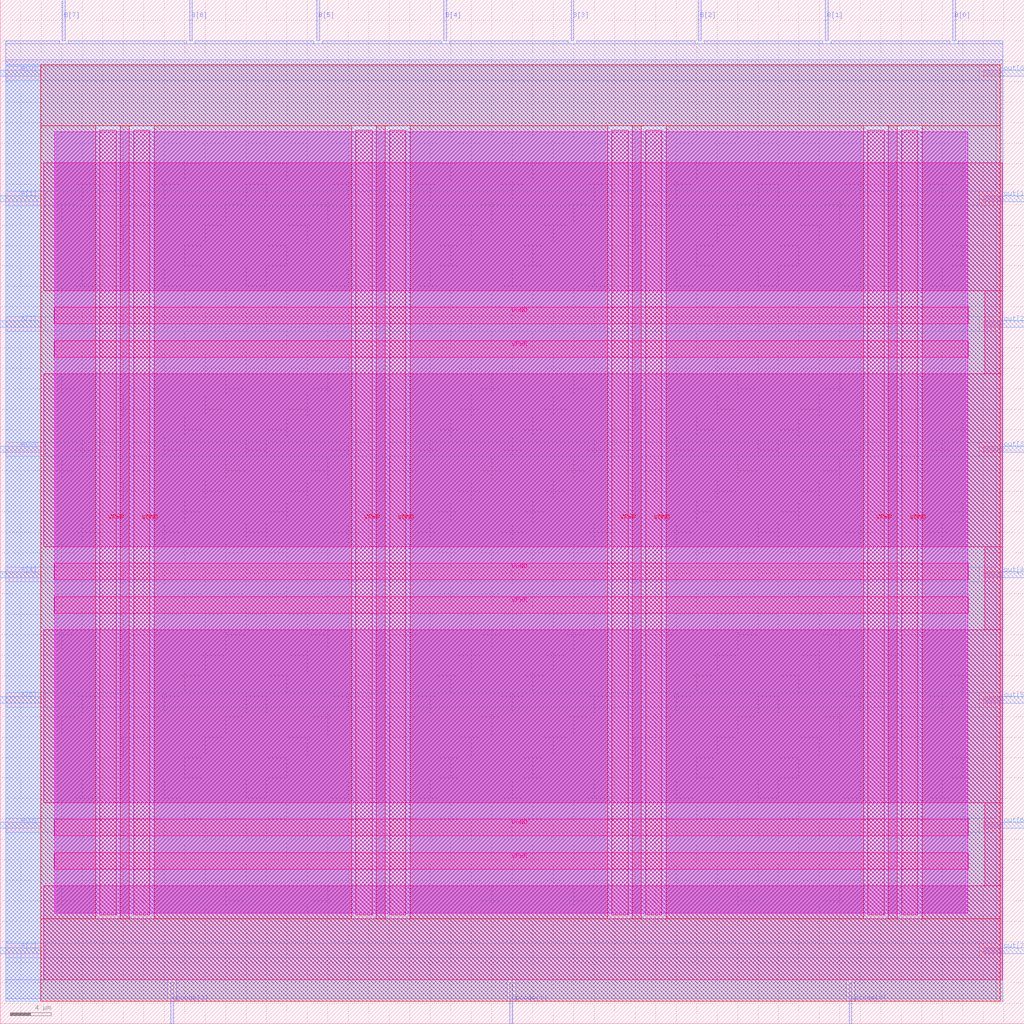
<source format=lef>
VERSION 5.7 ;
  NOWIREEXTENSIONATPIN ON ;
  DIVIDERCHAR "/" ;
  BUSBITCHARS "[]" ;
MACRO alu
  CLASS BLOCK ;
  FOREIGN alu ;
  ORIGIN 0.000 0.000 ;
  SIZE 100.000 BY 100.000 ;
  PIN A[0]
    DIRECTION INPUT ;
    USE SIGNAL ;
    ANTENNAGATEAREA 0.213000 ;
    PORT
      LAYER met3 ;
        RECT 0.000 92.520 4.000 93.120 ;
    END
  END A[0]
  PIN A[1]
    DIRECTION INPUT ;
    USE SIGNAL ;
    ANTENNAGATEAREA 0.213000 ;
    PORT
      LAYER met3 ;
        RECT 0.000 80.280 4.000 80.880 ;
    END
  END A[1]
  PIN A[2]
    DIRECTION INPUT ;
    USE SIGNAL ;
    ANTENNAGATEAREA 0.213000 ;
    PORT
      LAYER met3 ;
        RECT 0.000 68.040 4.000 68.640 ;
    END
  END A[2]
  PIN A[3]
    DIRECTION INPUT ;
    USE SIGNAL ;
    ANTENNAGATEAREA 0.247500 ;
    PORT
      LAYER met3 ;
        RECT 0.000 55.800 4.000 56.400 ;
    END
  END A[3]
  PIN A[4]
    DIRECTION INPUT ;
    USE SIGNAL ;
    ANTENNAGATEAREA 0.247500 ;
    PORT
      LAYER met3 ;
        RECT 0.000 43.560 4.000 44.160 ;
    END
  END A[4]
  PIN A[5]
    DIRECTION INPUT ;
    USE SIGNAL ;
    ANTENNAGATEAREA 0.213000 ;
    PORT
      LAYER met3 ;
        RECT 0.000 31.320 4.000 31.920 ;
    END
  END A[5]
  PIN A[6]
    DIRECTION INPUT ;
    USE SIGNAL ;
    ANTENNAGATEAREA 0.247500 ;
    PORT
      LAYER met3 ;
        RECT 0.000 19.080 4.000 19.680 ;
    END
  END A[6]
  PIN A[7]
    DIRECTION INPUT ;
    USE SIGNAL ;
    ANTENNAGATEAREA 0.159000 ;
    PORT
      LAYER met3 ;
        RECT 0.000 6.840 4.000 7.440 ;
    END
  END A[7]
  PIN B[0]
    DIRECTION INPUT ;
    USE SIGNAL ;
    ANTENNAGATEAREA 0.247500 ;
    PORT
      LAYER met2 ;
        RECT 93.010 96.000 93.290 100.000 ;
    END
  END B[0]
  PIN B[1]
    DIRECTION INPUT ;
    USE SIGNAL ;
    ANTENNAGATEAREA 0.495000 ;
    PORT
      LAYER met2 ;
        RECT 80.590 96.000 80.870 100.000 ;
    END
  END B[1]
  PIN B[2]
    DIRECTION INPUT ;
    USE SIGNAL ;
    ANTENNAGATEAREA 0.159000 ;
    PORT
      LAYER met2 ;
        RECT 68.170 96.000 68.450 100.000 ;
    END
  END B[2]
  PIN B[3]
    DIRECTION INPUT ;
    USE SIGNAL ;
    ANTENNAGATEAREA 0.159000 ;
    PORT
      LAYER met2 ;
        RECT 55.750 96.000 56.030 100.000 ;
    END
  END B[3]
  PIN B[4]
    DIRECTION INPUT ;
    USE SIGNAL ;
    ANTENNAGATEAREA 0.213000 ;
    PORT
      LAYER met2 ;
        RECT 43.330 96.000 43.610 100.000 ;
    END
  END B[4]
  PIN B[5]
    DIRECTION INPUT ;
    USE SIGNAL ;
    ANTENNAGATEAREA 0.213000 ;
    PORT
      LAYER met2 ;
        RECT 30.910 96.000 31.190 100.000 ;
    END
  END B[5]
  PIN B[6]
    DIRECTION INPUT ;
    USE SIGNAL ;
    ANTENNAGATEAREA 0.213000 ;
    PORT
      LAYER met2 ;
        RECT 18.490 96.000 18.770 100.000 ;
    END
  END B[6]
  PIN B[7]
    DIRECTION INPUT ;
    USE SIGNAL ;
    ANTENNAGATEAREA 0.213000 ;
    PORT
      LAYER met2 ;
        RECT 6.070 96.000 6.350 100.000 ;
    END
  END B[7]
  PIN VGND
    DIRECTION INOUT ;
    USE GROUND ;
    PORT
      LAYER met4 ;
        RECT 13.020 10.640 14.620 87.280 ;
    END
    PORT
      LAYER met4 ;
        RECT 38.020 10.640 39.620 87.280 ;
    END
    PORT
      LAYER met4 ;
        RECT 63.020 10.640 64.620 87.280 ;
    END
    PORT
      LAYER met4 ;
        RECT 88.020 10.640 89.620 87.280 ;
    END
    PORT
      LAYER met5 ;
        RECT 5.280 18.380 94.540 19.980 ;
    END
    PORT
      LAYER met5 ;
        RECT 5.280 43.380 94.540 44.980 ;
    END
    PORT
      LAYER met5 ;
        RECT 5.280 68.380 94.540 69.980 ;
    END
  END VGND
  PIN VPWR
    DIRECTION INOUT ;
    USE POWER ;
    PORT
      LAYER met4 ;
        RECT 9.720 10.640 11.320 87.280 ;
    END
    PORT
      LAYER met4 ;
        RECT 34.720 10.640 36.320 87.280 ;
    END
    PORT
      LAYER met4 ;
        RECT 59.720 10.640 61.320 87.280 ;
    END
    PORT
      LAYER met4 ;
        RECT 84.720 10.640 86.320 87.280 ;
    END
    PORT
      LAYER met5 ;
        RECT 5.280 15.080 94.540 16.680 ;
    END
    PORT
      LAYER met5 ;
        RECT 5.280 40.080 94.540 41.680 ;
    END
    PORT
      LAYER met5 ;
        RECT 5.280 65.080 94.540 66.680 ;
    END
  END VPWR
  PIN opcode[0]
    DIRECTION INPUT ;
    USE SIGNAL ;
    ANTENNAGATEAREA 0.159000 ;
    PORT
      LAYER met2 ;
        RECT 82.890 0.000 83.170 4.000 ;
    END
  END opcode[0]
  PIN opcode[1]
    DIRECTION INPUT ;
    USE SIGNAL ;
    ANTENNAGATEAREA 0.213000 ;
    PORT
      LAYER met2 ;
        RECT 49.770 0.000 50.050 4.000 ;
    END
  END opcode[1]
  PIN opcode[2]
    DIRECTION INPUT ;
    USE SIGNAL ;
    ANTENNAGATEAREA 0.213000 ;
    PORT
      LAYER met2 ;
        RECT 16.650 0.000 16.930 4.000 ;
    END
  END opcode[2]
  PIN out[0]
    DIRECTION OUTPUT ;
    USE SIGNAL ;
    ANTENNADIFFAREA 0.445500 ;
    PORT
      LAYER met3 ;
        RECT 96.000 92.520 100.000 93.120 ;
    END
  END out[0]
  PIN out[1]
    DIRECTION OUTPUT ;
    USE SIGNAL ;
    ANTENNADIFFAREA 0.445500 ;
    PORT
      LAYER met3 ;
        RECT 96.000 80.280 100.000 80.880 ;
    END
  END out[1]
  PIN out[2]
    DIRECTION OUTPUT ;
    USE SIGNAL ;
    ANTENNADIFFAREA 0.445500 ;
    PORT
      LAYER met3 ;
        RECT 96.000 68.040 100.000 68.640 ;
    END
  END out[2]
  PIN out[3]
    DIRECTION OUTPUT ;
    USE SIGNAL ;
    ANTENNADIFFAREA 0.445500 ;
    PORT
      LAYER met3 ;
        RECT 96.000 55.800 100.000 56.400 ;
    END
  END out[3]
  PIN out[4]
    DIRECTION OUTPUT ;
    USE SIGNAL ;
    ANTENNADIFFAREA 0.445500 ;
    PORT
      LAYER met3 ;
        RECT 96.000 43.560 100.000 44.160 ;
    END
  END out[4]
  PIN out[5]
    DIRECTION OUTPUT ;
    USE SIGNAL ;
    ANTENNADIFFAREA 0.445500 ;
    PORT
      LAYER met3 ;
        RECT 96.000 31.320 100.000 31.920 ;
    END
  END out[5]
  PIN out[6]
    DIRECTION OUTPUT ;
    USE SIGNAL ;
    ANTENNADIFFAREA 0.445500 ;
    PORT
      LAYER met3 ;
        RECT 96.000 19.080 100.000 19.680 ;
    END
  END out[6]
  PIN out[7]
    DIRECTION OUTPUT ;
    USE SIGNAL ;
    ANTENNADIFFAREA 1.782000 ;
    PORT
      LAYER met3 ;
        RECT 96.000 6.840 100.000 7.440 ;
    END
  END out[7]
  OBS
      LAYER nwell ;
        RECT 5.330 10.795 94.490 87.125 ;
      LAYER li1 ;
        RECT 5.520 10.795 94.300 87.125 ;
      LAYER met1 ;
        RECT 0.530 2.420 97.910 94.140 ;
      LAYER met2 ;
        RECT 0.550 95.720 5.790 96.000 ;
        RECT 6.630 95.720 18.210 96.000 ;
        RECT 19.050 95.720 30.630 96.000 ;
        RECT 31.470 95.720 43.050 96.000 ;
        RECT 43.890 95.720 55.470 96.000 ;
        RECT 56.310 95.720 67.890 96.000 ;
        RECT 68.730 95.720 80.310 96.000 ;
        RECT 81.150 95.720 92.730 96.000 ;
        RECT 93.570 95.720 97.880 96.000 ;
        RECT 0.550 4.280 97.880 95.720 ;
        RECT 0.550 2.195 16.370 4.280 ;
        RECT 17.210 2.195 49.490 4.280 ;
        RECT 50.330 2.195 82.610 4.280 ;
        RECT 83.450 2.195 97.880 4.280 ;
      LAYER met3 ;
        RECT 0.525 93.520 97.250 93.665 ;
        RECT 4.400 92.120 95.600 93.520 ;
        RECT 0.525 81.280 97.250 92.120 ;
        RECT 4.400 79.880 95.600 81.280 ;
        RECT 0.525 69.040 97.250 79.880 ;
        RECT 4.400 67.640 95.600 69.040 ;
        RECT 0.525 56.800 97.250 67.640 ;
        RECT 4.400 55.400 95.600 56.800 ;
        RECT 0.525 44.560 97.250 55.400 ;
        RECT 4.400 43.160 95.600 44.560 ;
        RECT 0.525 32.320 97.250 43.160 ;
        RECT 4.400 30.920 95.600 32.320 ;
        RECT 0.525 20.080 97.250 30.920 ;
        RECT 4.400 18.680 95.600 20.080 ;
        RECT 0.525 7.840 97.250 18.680 ;
        RECT 4.400 6.440 95.600 7.840 ;
        RECT 0.525 2.215 97.250 6.440 ;
      LAYER met4 ;
        RECT 3.975 87.680 97.650 93.665 ;
        RECT 3.975 10.240 9.320 87.680 ;
        RECT 11.720 10.240 12.620 87.680 ;
        RECT 15.020 10.240 34.320 87.680 ;
        RECT 36.720 10.240 37.620 87.680 ;
        RECT 40.020 10.240 59.320 87.680 ;
        RECT 61.720 10.240 62.620 87.680 ;
        RECT 65.020 10.240 84.320 87.680 ;
        RECT 86.720 10.240 87.620 87.680 ;
        RECT 90.020 10.240 97.650 87.680 ;
        RECT 3.975 2.215 97.650 10.240 ;
      LAYER met5 ;
        RECT 4.260 71.580 97.860 84.100 ;
        RECT 96.140 63.480 97.860 71.580 ;
        RECT 4.260 46.580 97.860 63.480 ;
        RECT 96.140 38.480 97.860 46.580 ;
        RECT 4.260 21.580 97.860 38.480 ;
        RECT 96.140 13.480 97.860 21.580 ;
        RECT 4.260 4.300 97.860 13.480 ;
  END
END alu
END LIBRARY


</source>
